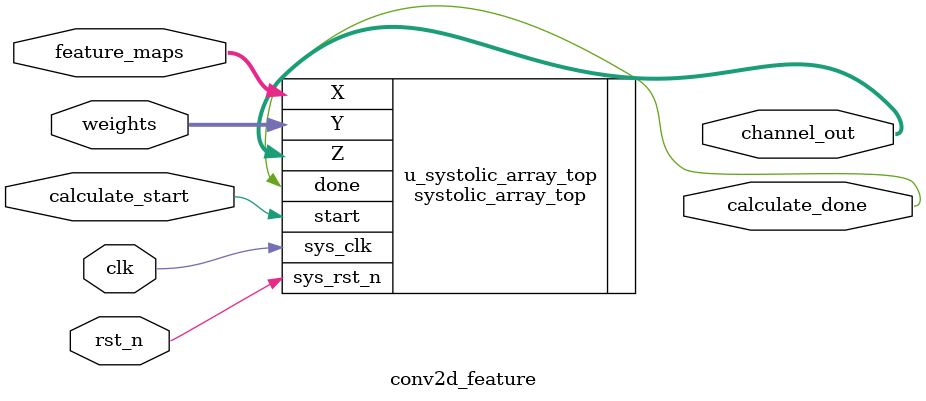
<source format=v>
`timescale 1ns / 1ps

/* calculate one channel in conv */
//input data: regenerated feature-maps
//format: row0_row1_row2_..._rown
//weight: regenerated weight in one kernel
//output data: conv data in one channel
module conv2d_feature#(
           parameter BITWIDTH = 8,
           parameter IS_BITWIDTH_DOUBLE_SCALE = 1,
           parameter FEATURE_MAP_NUM = 9, //number of the regenerated feature-maps
           parameter FEATURE_MAP_WIDTH = 3, //single feature map size == weight size
           parameter FEATURE_MAP_HEIGHT = 3,
           parameter KERNEL_NUM = 1 //number of conv-kernel
       )(
           input wire clk,
           input wire rst_n,
           input wire calculate_start,
           output wire calculate_done,

           input wire signed [FEATURE_MAP_NUM * FEATURE_MAP_WIDTH * FEATURE_MAP_HEIGHT * BITWIDTH - 1: 0] feature_maps,
           input wire signed [KERNEL_NUM * FEATURE_MAP_WIDTH * FEATURE_MAP_HEIGHT * BITWIDTH - 1: 0] weights,

           output wire signed [BITWIDTH * (IS_BITWIDTH_DOUBLE_SCALE + 1) * FEATURE_MAP_NUM * KERNEL_NUM - 1: 0] channel_out
       );

//main systolic array for conv2d
//row input: regenerated feature-map data lane
//col input: regenerated weight(kernel data) lane
systolic_array_top #(
                       .BITWIDTH ( BITWIDTH ),
                       .IS_BITWIDTH_DOUBLE_SCALE ( IS_BITWIDTH_DOUBLE_SCALE ),
                       .X_ROW ( FEATURE_MAP_NUM ),
                       .XCOL_YROW ( FEATURE_MAP_WIDTH * FEATURE_MAP_HEIGHT ),
                       .Y_COL ( KERNEL_NUM ))
                   u_systolic_array_top(
                       .sys_clk ( clk ),
                       .sys_rst_n ( rst_n ),
                       .start ( calculate_start ),
                       .done ( calculate_done ),
                       .X ( feature_maps ),
                       .Y ( weights ),
                       .Z ( channel_out )
                   );

endmodule

</source>
